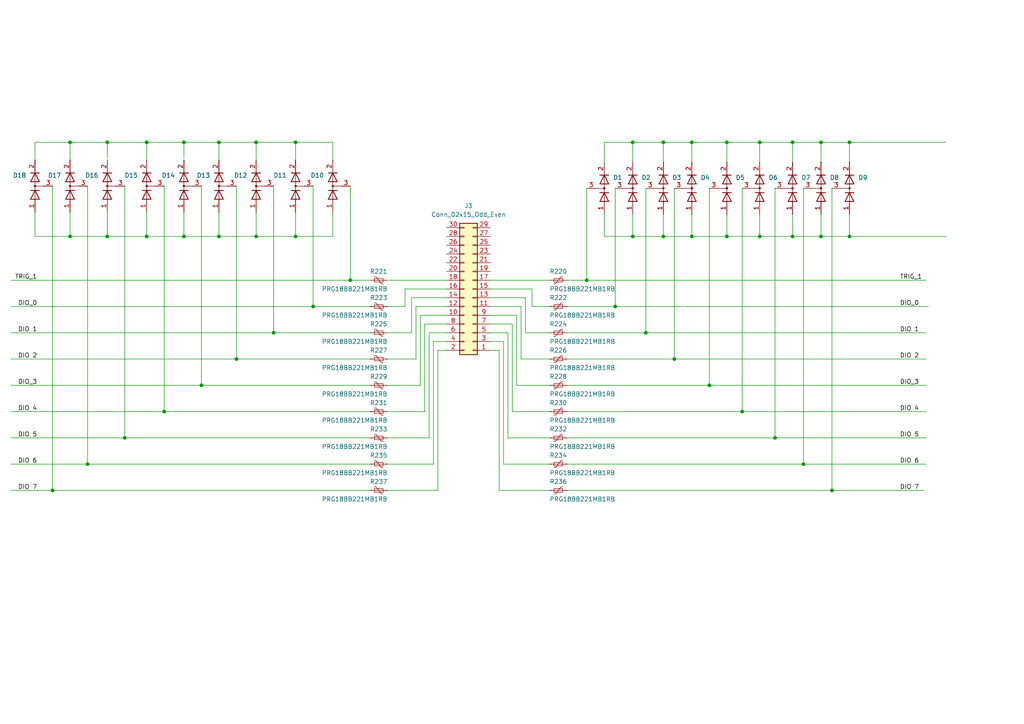
<source format=kicad_sch>
(kicad_sch (version 20230121) (generator eeschema)
  (paper "A4")
  (lib_symbols
    (symbol "Connector_Generic:Conn_02x15_Odd_Even" (pin_names (offset 1.016) hide)
      (property "Reference" "J" (at 1.27 20.32 0))
      (property "Value" "Conn_02x15_Odd_Even" (at 1.27 -20.32 0))
      (symbol "Conn_02x15_Odd_Even_1_1"
        (rectangle (start -1.27 -17.653) (end 0 -17.907) (stroke (width 0.1524)))
        (rectangle (start -1.27 -15.113) (end 0 -15.367) (stroke (width 0.1524)))
        (rectangle (start -1.27 -12.573) (end 0 -12.827) (stroke (width 0.1524)))
        (rectangle (start -1.27 -10.033) (end 0 -10.287) (stroke (width 0.1524)))
        (rectangle (start -1.27 -7.493) (end 0 -7.747) (stroke (width 0.1524)))
        (rectangle (start -1.27 -4.953) (end 0 -5.207) (stroke (width 0.1524)))
        (rectangle (start -1.27 -2.413) (end 0 -2.667) (stroke (width 0.1524)))
        (rectangle (start -1.27 0.127) (end 0 -0.127) (stroke (width 0.1524)))
        (rectangle (start -1.27 2.667) (end 0 2.413) (stroke (width 0.1524)))
        (rectangle (start -1.27 5.207) (end 0 4.953) (stroke (width 0.1524)))
        (rectangle (start -1.27 7.747) (end 0 7.493) (stroke (width 0.1524)))
        (rectangle (start -1.27 10.287) (end 0 10.033) (stroke (width 0.1524)))
        (rectangle (start -1.27 12.827) (end 0 12.573) (stroke (width 0.1524)))
        (rectangle (start -1.27 15.367) (end 0 15.113) (stroke (width 0.1524)))
        (rectangle (start -1.27 17.907) (end 0 17.653) (stroke (width 0.1524)))
        (rectangle (start -1.27 19.05) (end 3.81 -19.05) (stroke (width 0.254)) (fill (type background)))
        (rectangle (start 3.81 -17.653) (end 2.54 -17.907) (stroke (width 0.1524)))
        (rectangle (start 3.81 -15.113) (end 2.54 -15.367) (stroke (width 0.1524)))
        (rectangle (start 3.81 -12.573) (end 2.54 -12.827) (stroke (width 0.1524)))
        (rectangle (start 3.81 -10.033) (end 2.54 -10.287) (stroke (width 0.1524)))
        (rectangle (start 3.81 -7.493) (end 2.54 -7.747) (stroke (width 0.1524)))
        (rectangle (start 3.81 -4.953) (end 2.54 -5.207) (stroke (width 0.1524)))
        (rectangle (start 3.81 -2.413) (end 2.54 -2.667) (stroke (width 0.1524)))
        (rectangle (start 3.81 0.127) (end 2.54 -0.127) (stroke (width 0.1524)))
        (rectangle (start 3.81 2.667) (end 2.54 2.413) (stroke (width 0.1524)))
        (rectangle (start 3.81 5.207) (end 2.54 4.953) (stroke (width 0.1524)))
        (rectangle (start 3.81 7.747) (end 2.54 7.493) (stroke (width 0.1524)))
        (rectangle (start 3.81 10.287) (end 2.54 10.033) (stroke (width 0.1524)))
        (rectangle (start 3.81 12.827) (end 2.54 12.573) (stroke (width 0.1524)))
        (rectangle (start 3.81 15.367) (end 2.54 15.113) (stroke (width 0.1524)))
        (rectangle (start 3.81 17.907) (end 2.54 17.653) (stroke (width 0.1524)))
        (pin passive line (at -5.08 17.78 0) (length 3.81) (name "Pin_1") (number "1"))
        (pin passive line (at 7.62 7.62 180) (length 3.81) (name "Pin_10") (number "10"))
        (pin passive line (at -5.08 5.08 0) (length 3.81) (name "Pin_11") (number "11"))
        (pin passive line (at 7.62 5.08 180) (length 3.81) (name "Pin_12") (number "12"))
        (pin passive line (at -5.08 2.54 0) (length 3.81) (name "Pin_13") (number "13"))
        (pin passive line (at 7.62 2.54 180) (length 3.81) (name "Pin_14") (number "14"))
        (pin passive line (at -5.08 0 0) (length 3.81) (name "Pin_15") (number "15"))
        (pin passive line (at 7.62 0 180) (length 3.81) (name "Pin_16") (number "16"))
        (pin passive line (at -5.08 -2.54 0) (length 3.81) (name "Pin_17") (number "17"))
        (pin passive line (at 7.62 -2.54 180) (length 3.81) (name "Pin_18") (number "18"))
        (pin passive line (at -5.08 -5.08 0) (length 3.81) (name "Pin_19") (number "19"))
        (pin passive line (at 7.62 17.78 180) (length 3.81) (name "Pin_2") (number "2"))
        (pin passive line (at 7.62 -5.08 180) (length 3.81) (name "Pin_20") (number "20"))
        (pin passive line (at -5.08 -7.62 0) (length 3.81) (name "Pin_21") (number "21"))
        (pin passive line (at 7.62 -7.62 180) (length 3.81) (name "Pin_22") (number "22"))
        (pin passive line (at -5.08 -10.16 0) (length 3.81) (name "Pin_23") (number "23"))
        (pin passive line (at 7.62 -10.16 180) (length 3.81) (name "Pin_24") (number "24"))
        (pin passive line (at -5.08 -12.7 0) (length 3.81) (name "Pin_25") (number "25"))
        (pin passive line (at 7.62 -12.7 180) (length 3.81) (name "Pin_26") (number "26"))
        (pin passive line (at -5.08 -15.24 0) (length 3.81) (name "Pin_27") (number "27"))
        (pin passive line (at 7.62 -15.24 180) (length 3.81) (name "Pin_28") (number "28"))
        (pin passive line (at -5.08 -17.78 0) (length 3.81) (name "Pin_29") (number "29"))
        (pin passive line (at -5.08 15.24 0) (length 3.81) (name "Pin_3") (number "3"))
        (pin passive line (at 7.62 -17.78 180) (length 3.81) (name "Pin_30") (number "30"))
        (pin passive line (at 7.62 15.24 180) (length 3.81) (name "Pin_4") (number "4"))
        (pin passive line (at -5.08 12.7 0) (length 3.81) (name "Pin_5") (number "5"))
        (pin passive line (at 7.62 12.7 180) (length 3.81) (name "Pin_6") (number "6"))
        (pin passive line (at -5.08 10.16 0) (length 3.81) (name "Pin_7") (number "7"))
        (pin passive line (at 7.62 10.16 180) (length 3.81) (name "Pin_8") (number "8"))
        (pin passive line (at -5.08 7.62 0) (length 3.81) (name "Pin_9") (number "9"))
      )
    )
    (symbol "Device:D_Dual_Series_AKC" (pin_names (offset 0.762) hide)
      (property "Reference" "D" (at 1.27 -2.54 0))
      (property "Value" "D_Dual_Series_AKC" (at 0 2.54 0))
      (symbol "D_Dual_Series_AKC_0_1"
        (polyline (pts (xy -3.81 0) (xy 3.81 0)))
        (polyline (pts (xy 0 0) (xy 0 -2.54)))
        (polyline (pts (xy 6.35 0) (xy 7.62 0)))
        (polyline (pts (xy -1.27 -1.27) (xy -1.27 1.27) (xy -1.27 1.27)) (stroke (width 0.254)))
        (polyline (pts (xy 3.81 1.27) (xy 3.81 -1.27) (xy 3.81 -1.27)) (stroke (width 0.254)))
        (polyline (pts (xy -3.81 1.27) (xy -1.27 0) (xy -3.81 -1.27) (xy -3.81 1.27) (xy -3.81 1.27) (xy -3.81 1.27)) (stroke (width 0.254)))
        (polyline (pts (xy 1.27 1.27) (xy 3.81 0) (xy 1.27 -1.27) (xy 1.27 1.27) (xy 1.27 1.27) (xy 1.27 1.27)) (stroke (width 0.254)))
        (circle (center 0 0) (radius 0.254) (fill (type outline)))
        (pin passive line (at -7.62 0 0) (length 3.81) (name "A") (number "1"))
        (pin passive line (at 7.62 0 180) (length 3.81) (name "K") (number "2"))
        (pin passive line (at 0 -5.08 90) (length 2.54) (name "common") (number "3"))
      )
    )
    (symbol "Device:Polyfuse_Small" (pin_numbers hide) (pin_names (offset 0))
      (property "Reference" "F" (at -1.905 0 90))
      (property "Value" "Polyfuse_Small" (at 1.905 0 90))
      (symbol "Polyfuse_Small_0_1"
        (rectangle (start -0.508 1.27) (end 0.508 -1.27))
        (polyline (pts (xy 0 2.54) (xy 0 -2.54)))
        (polyline (pts (xy -1.016 1.27) (xy -1.016 0.762) (xy 1.016 -0.762) (xy 1.016 -1.27)))
      )
      (symbol "Polyfuse_Small_1_1"
        (pin passive line (at 0 2.54 270) (length 0.635) (name "~") (number "1"))
        (pin passive line (at 0 -2.54 90) (length 0.635) (name "~") (number "2"))
      )
    )
  )
  (junction (at 36.195 127))
  (junction (at 183.515 68.58))
  (junction (at 85.725 41.275))
  (junction (at 220.345 41.275))
  (junction (at 90.805 88.9))
  (junction (at 210.82 41.275))
  (junction (at 183.515 41.275))
  (junction (at 238.125 68.58))
  (junction (at 224.79 127))
  (junction (at 192.405 68.58))
  (junction (at 15.24 142.24))
  (junction (at 47.625 119.38))
  (junction (at 200.66 68.58))
  (junction (at 74.295 41.275))
  (junction (at 192.405 41.275))
  (junction (at 233.045 134.62))
  (junction (at 20.32 41.275))
  (junction (at 241.3 142.24))
  (junction (at 178.435 88.9))
  (junction (at 246.38 68.58))
  (junction (at 25.4 134.62))
  (junction (at 42.545 68.58))
  (junction (at 170.18 81.28))
  (junction (at 238.125 41.275))
  (junction (at 20.32 68.58))
  (junction (at 215.265 119.38))
  (junction (at 63.5 41.275))
  (junction (at 229.87 41.275))
  (junction (at 53.34 68.58))
  (junction (at 210.82 68.58))
  (junction (at 200.66 41.275))
  (junction (at 195.58 104.14))
  (junction (at 42.545 41.275))
  (junction (at 63.5 68.58))
  (junction (at 246.38 41.275))
  (junction (at 74.295 68.58))
  (junction (at 187.325 96.52))
  (junction (at 58.42 111.76))
  (junction (at 229.87 68.58))
  (junction (at 53.34 41.275))
  (junction (at 85.725 68.58))
  (junction (at 31.115 68.58))
  (junction (at 220.345 68.58))
  (junction (at 101.6 81.28))
  (junction (at 31.115 41.275))
  (junction (at 79.375 96.52))
  (junction (at 205.74 111.76))
  (junction (at 68.58 104.14))
  (wire (pts (xy 159.385 96.52) (xy 152.4 96.52)))
  (wire (pts (xy 183.515 41.275) (xy 183.515 46.99)))
  (wire (pts (xy 47.625 53.975) (xy 47.625 119.38)))
  (wire (pts (xy 238.125 68.58) (xy 246.38 68.58)))
  (wire (pts (xy 53.34 41.275) (xy 42.545 41.275)))
  (wire (pts (xy 36.195 127) (xy 3.175 127)))
  (wire (pts (xy 74.295 41.275) (xy 63.5 41.275)))
  (wire (pts (xy 121.92 111.76) (xy 112.395 111.76)))
  (wire (pts (xy 101.6 81.28) (xy 3.175 81.28)))
  (wire (pts (xy 63.5 41.275) (xy 53.34 41.275)))
  (wire (pts (xy 210.82 68.58) (xy 220.345 68.58)))
  (wire (pts (xy 20.32 68.58) (xy 10.16 68.58)))
  (wire (pts (xy 246.38 68.58) (xy 246.38 62.23)))
  (wire (pts (xy 42.545 68.58) (xy 31.115 68.58)))
  (wire (pts (xy 85.725 41.275) (xy 74.295 41.275)))
  (wire (pts (xy 129.54 81.28) (xy 112.395 81.28)))
  (wire (pts (xy 229.87 68.58) (xy 238.125 68.58)))
  (wire (pts (xy 164.465 142.24) (xy 241.3 142.24)))
  (wire (pts (xy 42.545 41.275) (xy 31.115 41.275)))
  (wire (pts (xy 129.54 96.52) (xy 124.46 96.52)))
  (wire (pts (xy 79.375 53.975) (xy 79.375 96.52)))
  (wire (pts (xy 229.87 41.275) (xy 229.87 46.99)))
  (wire (pts (xy 164.465 88.9) (xy 178.435 88.9)))
  (wire (pts (xy 144.78 142.24) (xy 159.385 142.24)))
  (wire (pts (xy 149.86 111.76) (xy 159.385 111.76)))
  (wire (pts (xy 121.92 91.44) (xy 129.54 91.44)))
  (wire (pts (xy 175.26 68.58) (xy 183.515 68.58)))
  (wire (pts (xy 241.3 142.24) (xy 267.97 142.24)))
  (wire (pts (xy 63.5 61.595) (xy 63.5 68.58)))
  (wire (pts (xy 123.19 93.98) (xy 123.19 119.38)))
  (wire (pts (xy 47.625 119.38) (xy 3.175 119.38)))
  (wire (pts (xy 148.59 119.38) (xy 159.385 119.38)))
  (wire (pts (xy 85.725 61.595) (xy 85.725 68.58)))
  (wire (pts (xy 85.725 41.275) (xy 85.725 46.355)))
  (wire (pts (xy 96.52 46.355) (xy 96.52 41.275)))
  (wire (pts (xy 192.405 41.275) (xy 200.66 41.275)))
  (wire (pts (xy 192.405 68.58) (xy 200.66 68.58)))
  (wire (pts (xy 210.82 41.275) (xy 220.345 41.275)))
  (wire (pts (xy 68.58 104.14) (xy 3.175 104.14)))
  (wire (pts (xy 149.86 91.44) (xy 149.86 111.76)))
  (wire (pts (xy 195.58 104.14) (xy 268.605 104.14)))
  (wire (pts (xy 183.515 68.58) (xy 192.405 68.58)))
  (wire (pts (xy 187.325 54.61) (xy 187.325 96.52)))
  (wire (pts (xy 200.66 62.23) (xy 200.66 68.58)))
  (wire (pts (xy 85.725 68.58) (xy 74.295 68.58)))
  (wire (pts (xy 31.115 68.58) (xy 20.32 68.58)))
  (wire (pts (xy 152.4 86.36) (xy 142.24 86.36)))
  (wire (pts (xy 159.385 134.62) (xy 146.05 134.62)))
  (wire (pts (xy 183.515 62.23) (xy 183.515 68.58)))
  (wire (pts (xy 58.42 111.76) (xy 3.175 111.76)))
  (wire (pts (xy 63.5 41.275) (xy 63.5 46.355)))
  (wire (pts (xy 107.315 134.62) (xy 25.4 134.62)))
  (wire (pts (xy 220.345 41.275) (xy 229.87 41.275)))
  (wire (pts (xy 68.58 53.975) (xy 68.58 104.14)))
  (wire (pts (xy 146.05 99.06) (xy 142.24 99.06)))
  (wire (pts (xy 178.435 88.9) (xy 269.24 88.9)))
  (wire (pts (xy 101.6 53.975) (xy 101.6 81.28)))
  (wire (pts (xy 119.38 96.52) (xy 119.38 86.36)))
  (wire (pts (xy 20.32 41.275) (xy 10.16 41.275)))
  (wire (pts (xy 178.435 54.61) (xy 178.435 88.9)))
  (wire (pts (xy 148.59 93.98) (xy 148.59 119.38)))
  (wire (pts (xy 107.315 142.24) (xy 15.24 142.24)))
  (wire (pts (xy 151.13 88.9) (xy 151.13 104.14)))
  (wire (pts (xy 200.66 68.58) (xy 210.82 68.58)))
  (wire (pts (xy 164.465 127) (xy 224.79 127)))
  (wire (pts (xy 36.195 53.975) (xy 36.195 127)))
  (wire (pts (xy 53.34 68.58) (xy 42.545 68.58)))
  (wire (pts (xy 233.045 54.61) (xy 233.045 134.62)))
  (wire (pts (xy 127 142.24) (xy 112.395 142.24)))
  (wire (pts (xy 175.26 41.275) (xy 183.515 41.275)))
  (wire (pts (xy 187.325 96.52) (xy 268.605 96.52)))
  (wire (pts (xy 112.395 96.52) (xy 119.38 96.52)))
  (wire (pts (xy 107.315 96.52) (xy 79.375 96.52)))
  (wire (pts (xy 127 101.6) (xy 127 142.24)))
  (wire (pts (xy 175.26 46.99) (xy 175.26 41.275)))
  (wire (pts (xy 107.315 119.38) (xy 47.625 119.38)))
  (wire (pts (xy 107.315 81.28) (xy 101.6 81.28)))
  (wire (pts (xy 148.59 93.98) (xy 142.24 93.98)))
  (wire (pts (xy 107.315 127) (xy 36.195 127)))
  (wire (pts (xy 146.05 99.06) (xy 146.05 134.62)))
  (wire (pts (xy 229.87 62.23) (xy 229.87 68.58)))
  (wire (pts (xy 42.545 61.595) (xy 42.545 68.58)))
  (wire (pts (xy 147.32 96.52) (xy 147.32 127)))
  (wire (pts (xy 79.375 96.52) (xy 3.175 96.52)))
  (wire (pts (xy 192.405 62.23) (xy 192.405 68.58)))
  (wire (pts (xy 183.515 41.275) (xy 192.405 41.275)))
  (wire (pts (xy 15.24 53.975) (xy 15.24 142.24)))
  (wire (pts (xy 154.305 88.9) (xy 154.305 83.82)))
  (wire (pts (xy 164.465 111.76) (xy 205.74 111.76)))
  (wire (pts (xy 246.38 41.275) (xy 246.38 46.99)))
  (wire (pts (xy 195.58 54.61) (xy 195.58 104.14)))
  (wire (pts (xy 175.26 62.23) (xy 175.26 68.58)))
  (wire (pts (xy 120.65 88.9) (xy 120.65 104.14)))
  (wire (pts (xy 215.265 54.61) (xy 215.265 119.38)))
  (wire (pts (xy 63.5 68.58) (xy 53.34 68.58)))
  (wire (pts (xy 152.4 96.52) (xy 152.4 86.36)))
  (wire (pts (xy 74.295 41.275) (xy 74.295 46.355)))
  (wire (pts (xy 10.16 41.275) (xy 10.16 46.355)))
  (wire (pts (xy 205.74 54.61) (xy 205.74 111.76)))
  (wire (pts (xy 200.66 41.275) (xy 210.82 41.275)))
  (wire (pts (xy 96.52 41.275) (xy 85.725 41.275)))
  (wire (pts (xy 20.32 41.275) (xy 20.32 46.355)))
  (wire (pts (xy 238.125 41.275) (xy 246.38 41.275)))
  (wire (pts (xy 246.38 68.58) (xy 274.32 68.58)))
  (wire (pts (xy 170.18 81.28) (xy 268.605 81.28)))
  (wire (pts (xy 164.465 104.14) (xy 195.58 104.14)))
  (wire (pts (xy 129.54 101.6) (xy 127 101.6)))
  (wire (pts (xy 220.345 46.99) (xy 220.345 41.275)))
  (wire (pts (xy 200.66 41.275) (xy 200.66 46.99)))
  (wire (pts (xy 192.405 41.275) (xy 192.405 46.99)))
  (wire (pts (xy 25.4 134.62) (xy 3.175 134.62)))
  (wire (pts (xy 124.46 127) (xy 112.395 127)))
  (wire (pts (xy 42.545 46.355) (xy 42.545 41.275)))
  (wire (pts (xy 123.19 93.98) (xy 129.54 93.98)))
  (wire (pts (xy 159.385 88.9) (xy 154.305 88.9)))
  (wire (pts (xy 210.82 41.275) (xy 210.82 46.99)))
  (wire (pts (xy 164.465 119.38) (xy 215.265 119.38)))
  (wire (pts (xy 10.16 68.58) (xy 10.16 61.595)))
  (wire (pts (xy 112.395 88.9) (xy 117.475 88.9)))
  (wire (pts (xy 241.3 54.61) (xy 241.3 142.24)))
  (wire (pts (xy 149.86 91.44) (xy 142.24 91.44)))
  (wire (pts (xy 125.73 99.06) (xy 129.54 99.06)))
  (wire (pts (xy 53.34 41.275) (xy 53.34 45.72)))
  (wire (pts (xy 164.465 96.52) (xy 187.325 96.52)))
  (wire (pts (xy 142.24 83.82) (xy 154.305 83.82)))
  (wire (pts (xy 129.54 83.82) (xy 117.475 83.82)))
  (wire (pts (xy 205.74 111.76) (xy 268.605 111.76)))
  (wire (pts (xy 142.24 101.6) (xy 144.78 101.6)))
  (wire (pts (xy 58.42 53.975) (xy 58.42 111.76)))
  (wire (pts (xy 25.4 53.975) (xy 25.4 134.62)))
  (wire (pts (xy 20.32 61.595) (xy 20.32 68.58)))
  (wire (pts (xy 96.52 61.595) (xy 96.52 68.58)))
  (wire (pts (xy 31.115 41.275) (xy 31.115 45.72)))
  (wire (pts (xy 107.315 88.9) (xy 90.805 88.9)))
  (wire (pts (xy 164.465 134.62) (xy 233.045 134.62)))
  (wire (pts (xy 224.79 127) (xy 268.605 127)))
  (wire (pts (xy 125.73 99.06) (xy 125.73 134.62)))
  (wire (pts (xy 90.805 53.975) (xy 90.805 88.9)))
  (wire (pts (xy 142.24 96.52) (xy 147.32 96.52)))
  (wire (pts (xy 121.92 91.44) (xy 121.92 111.76)))
  (wire (pts (xy 170.18 54.61) (xy 170.18 81.28)))
  (wire (pts (xy 31.115 41.275) (xy 20.32 41.275)))
  (wire (pts (xy 107.315 104.14) (xy 68.58 104.14)))
  (wire (pts (xy 15.24 142.24) (xy 3.175 142.24)))
  (wire (pts (xy 220.345 62.23) (xy 220.345 68.58)))
  (wire (pts (xy 233.045 134.62) (xy 268.605 134.62)))
  (wire (pts (xy 246.38 41.275) (xy 274.32 41.275)))
  (wire (pts (xy 151.13 88.9) (xy 142.24 88.9)))
  (wire (pts (xy 164.465 81.28) (xy 170.18 81.28)))
  (wire (pts (xy 53.34 61.595) (xy 53.34 68.58)))
  (wire (pts (xy 220.345 68.58) (xy 229.87 68.58)))
  (wire (pts (xy 90.805 88.9) (xy 3.175 88.9)))
  (wire (pts (xy 123.19 119.38) (xy 112.395 119.38)))
  (wire (pts (xy 238.125 41.275) (xy 238.125 46.99)))
  (wire (pts (xy 229.87 41.275) (xy 238.125 41.275)))
  (wire (pts (xy 74.295 68.58) (xy 63.5 68.58)))
  (wire (pts (xy 120.65 88.9) (xy 129.54 88.9)))
  (wire (pts (xy 112.395 134.62) (xy 125.73 134.62)))
  (wire (pts (xy 107.315 111.76) (xy 58.42 111.76)))
  (wire (pts (xy 117.475 88.9) (xy 117.475 83.82)))
  (wire (pts (xy 142.24 81.28) (xy 159.385 81.28)))
  (wire (pts (xy 210.82 62.23) (xy 210.82 68.58)))
  (wire (pts (xy 74.295 61.595) (xy 74.295 68.58)))
  (wire (pts (xy 224.79 54.61) (xy 224.79 127)))
  (wire (pts (xy 124.46 96.52) (xy 124.46 127)))
  (wire (pts (xy 215.265 119.38) (xy 268.605 119.38)))
  (wire (pts (xy 119.38 86.36) (xy 129.54 86.36)))
  (wire (pts (xy 96.52 68.58) (xy 85.725 68.58)))
  (wire (pts (xy 144.78 101.6) (xy 144.78 142.24)))
  (wire (pts (xy 147.32 127) (xy 159.385 127)))
  (wire (pts (xy 31.115 61.595) (xy 31.115 68.58)))
  (wire (pts (xy 120.65 104.14) (xy 112.395 104.14)))
  (wire (pts (xy 151.13 104.14) (xy 159.385 104.14)))
  (wire (pts (xy 238.125 62.23) (xy 238.125 68.58)))
  (label "DIO 6" (at 10.795 134.62 180))
  (label "DIO 4" (at 10.795 119.38 180))
  (label "TRIG_1" (at 10.795 81.28 180))
  (label "DIO 7" (at 10.795 142.24 180))
  (label "DIO_3" (at 260.985 111.76 0))
  (label "DIO 2" (at 10.795 104.14 180))
  (label "DIO 5" (at 260.985 127 0))
  (label "DIO 7" (at 260.985 142.24 0))
  (label "DIO_3" (at 10.795 111.76 180))
  (label "DIO 1" (at 260.985 96.52 0))
  (label "DIO 6" (at 260.985 134.62 0))
  (label "DIO_0" (at 10.795 88.9 180))
  (label "DIO 1" (at 10.795 96.52 180))
  (label "DIO_0" (at 260.985 88.9 0))
  (label "DIO 4" (at 260.985 119.38 0))
  (label "DIO 5" (at 10.795 127 180))
  (label "TRIG_1" (at 260.985 81.28 0))
  (label "DIO 2" (at 260.985 104.14 0))
  (symbol (lib_id "Device:Polyfuse_Small") (at 161.925 81.28 90) (unit 1)
    (property "Reference" "R220" (at 159.385 78.74 90) (effects (justify right)))
    (property "Value" "PRG18BB221MB1RB" (at 159.385 83.82 90) (effects (justify right)))
    (property "Footprint" "Resistor_SMD:R_0603_1608Metric" (effects hide))
  )
  (symbol (lib_id "Device:D_Dual_Series_AKC") (at 31.115 53.975 90) (unit 1)
    (property "Reference" "D16" (at 28.575 50.8635 90) (effects (justify left)))
    (property "Value" "D_Dual_Series_AKC" (effects hide))
    (property "Footprint" "Package_TO_SOT_SMD:SOT-416" (effects hide))
  )
  (symbol (lib_id "Device:Polyfuse_Small") (at 109.855 104.14 270) (mirror x) (unit 1)
    (property "Reference" "R227" (at 112.395 101.6 90) (effects (justify right)))
    (property "Value" "PRG18BB221MB1RB" (at 112.395 106.68 90) (effects (justify right)))
    (property "Footprint" "Resistor_SMD:R_0603_1608Metric" (effects hide))
  )
  (symbol (lib_id "Device:Polyfuse_Small") (at 109.855 142.24 270) (mirror x) (unit 1)
    (property "Reference" "R237" (at 112.395 139.7 90) (effects (justify right)))
    (property "Value" "PRG18BB221MB1RB" (at 112.395 144.78 90) (effects (justify right)))
    (property "Footprint" "Resistor_SMD:R_0603_1608Metric" (effects hide))
  )
  (symbol (lib_id "Device:Polyfuse_Small") (at 161.925 119.38 90) (unit 1)
    (property "Reference" "R230" (at 159.385 116.84 90) (effects (justify right)))
    (property "Value" "PRG18BB221MB1RB" (at 159.385 121.92 90) (effects (justify right)))
    (property "Footprint" "Resistor_SMD:R_0603_1608Metric" (effects hide))
  )
  (symbol (lib_id "Device:Polyfuse_Small") (at 161.925 96.52 90) (unit 1)
    (property "Reference" "R224" (at 159.385 93.98 90) (effects (justify right)))
    (property "Value" "PRG18BB221MB1RB" (at 159.385 99.06 90) (effects (justify right)))
    (property "Footprint" "Resistor_SMD:R_0603_1608Metric" (effects hide))
  )
  (symbol (lib_id "Device:D_Dual_Series_AKC") (at 63.5 53.975 90) (unit 1)
    (property "Reference" "D13" (at 60.96 50.8635 90) (effects (justify left)))
    (property "Value" "D_Dual_Series_AKC" (effects hide))
    (property "Footprint" "Package_TO_SOT_SMD:SOT-416" (effects hide))
  )
  (symbol (lib_id "Device:Polyfuse_Small") (at 161.925 88.9 90) (unit 1)
    (property "Reference" "R222" (at 159.385 86.36 90) (effects (justify right)))
    (property "Value" "PRG18BB221MB1RB" (at 159.385 91.44 90) (effects (justify right)))
    (property "Footprint" "Resistor_SMD:R_0603_1608Metric" (effects hide))
  )
  (symbol (lib_id "Device:D_Dual_Series_AKC") (at 200.66 54.61 270) (mirror x) (unit 1)
    (property "Reference" "D4" (at 203.2 51.4985 90) (effects (justify left)))
    (property "Value" "D_Dual_Series_AKC" (effects hide))
    (property "Footprint" "Package_TO_SOT_SMD:SOT-416" (effects hide))
  )
  (symbol (lib_id "Device:D_Dual_Series_AKC") (at 210.82 54.61 270) (mirror x) (unit 1)
    (property "Reference" "D5" (at 213.36 51.4985 90) (effects (justify left)))
    (property "Value" "D_Dual_Series_AKC" (effects hide))
    (property "Footprint" "Package_TO_SOT_SMD:SOT-416" (effects hide))
  )
  (symbol (lib_id "Device:D_Dual_Series_AKC") (at 238.125 54.61 270) (mirror x) (unit 1)
    (property "Reference" "D8" (at 240.665 51.4985 90) (effects (justify left)))
    (property "Value" "D_Dual_Series_AKC" (effects hide))
    (property "Footprint" "Package_TO_SOT_SMD:SOT-416" (effects hide))
  )
  (symbol (lib_id "Device:Polyfuse_Small") (at 109.855 81.28 270) (mirror x) (unit 1)
    (property "Reference" "R221" (at 112.395 78.74 90) (effects (justify right)))
    (property "Value" "PRG18BB221MB1RB" (at 112.395 83.82 90) (effects (justify right)))
    (property "Footprint" "Resistor_SMD:R_0603_1608Metric" (effects hide))
  )
  (symbol (lib_id "Device:Polyfuse_Small") (at 109.855 88.9 270) (mirror x) (unit 1)
    (property "Reference" "R223" (at 112.395 86.36 90) (effects (justify right)))
    (property "Value" "PRG18BB221MB1RB" (at 112.395 91.44 90) (effects (justify right)))
    (property "Footprint" "Resistor_SMD:R_0603_1608Metric" (effects hide))
  )
  (symbol (lib_id "Device:Polyfuse_Small") (at 161.925 104.14 90) (unit 1)
    (property "Reference" "R226" (at 159.385 101.6 90) (effects (justify right)))
    (property "Value" "PRG18BB221MB1RB" (at 159.385 106.68 90) (effects (justify right)))
    (property "Footprint" "Resistor_SMD:R_0603_1608Metric" (effects hide))
  )
  (symbol (lib_id "Device:Polyfuse_Small") (at 109.855 96.52 270) (mirror x) (unit 1)
    (property "Reference" "R225" (at 112.395 93.98 90) (effects (justify right)))
    (property "Value" "PRG18BB221MB1RB" (at 112.395 99.06 90) (effects (justify right)))
    (property "Footprint" "Resistor_SMD:R_0603_1608Metric" (effects hide))
  )
  (symbol (lib_id "Device:Polyfuse_Small") (at 109.855 134.62 270) (mirror x) (unit 1)
    (property "Reference" "R235" (at 112.395 132.08 90) (effects (justify right)))
    (property "Value" "PRG18BB221MB1RB" (at 112.395 137.16 90) (effects (justify right)))
    (property "Footprint" "Resistor_SMD:R_0603_1608Metric" (effects hide))
  )
  (symbol (lib_id "Connector_Generic:Conn_02x15_Odd_Even") (at 137.16 83.82 180) (unit 1)
    (property "Reference" "J3" (at 135.89 59.69 0))
    (property "Value" "Conn_02x15_Odd_Even" (at 135.89 62.23 0))
    (property "Footprint" "Connector_PinHeader_2.54mm:PinHeader_2x15_P2.54mm_Horizontal" (effects hide))
  )
  (symbol (lib_id "Device:Polyfuse_Small") (at 161.925 134.62 90) (unit 1)
    (property "Reference" "R234" (at 159.385 132.08 90) (effects (justify right)))
    (property "Value" "PRG18BB221MB1RB" (at 159.385 137.16 90) (effects (justify right)))
    (property "Footprint" "Resistor_SMD:R_0603_1608Metric" (effects hide))
  )
  (symbol (lib_id "Device:D_Dual_Series_AKC") (at 220.345 54.61 270) (mirror x) (unit 1)
    (property "Reference" "D6" (at 222.885 51.4985 90) (effects (justify left)))
    (property "Value" "D_Dual_Series_AKC" (effects hide))
    (property "Footprint" "Package_TO_SOT_SMD:SOT-416" (effects hide))
  )
  (symbol (lib_id "Device:D_Dual_Series_AKC") (at 229.87 54.61 270) (mirror x) (unit 1)
    (property "Reference" "D7" (at 232.41 51.4985 90) (effects (justify left)))
    (property "Value" "D_Dual_Series_AKC" (effects hide))
    (property "Footprint" "Package_TO_SOT_SMD:SOT-416" (effects hide))
  )
  (symbol (lib_id "Device:Polyfuse_Small") (at 161.925 127 90) (unit 1)
    (property "Reference" "R232" (at 159.385 124.46 90) (effects (justify right)))
    (property "Value" "PRG18BB221MB1RB" (at 159.385 129.54 90) (effects (justify right)))
    (property "Footprint" "Resistor_SMD:R_0603_1608Metric" (effects hide))
  )
  (symbol (lib_id "Device:Polyfuse_Small") (at 161.925 111.76 90) (unit 1)
    (property "Reference" "R228" (at 159.385 109.22 90) (effects (justify right)))
    (property "Value" "PRG18BB221MB1RB" (at 159.385 114.3 90) (effects (justify right)))
    (property "Footprint" "Resistor_SMD:R_0603_1608Metric" (effects hide))
  )
  (symbol (lib_id "Device:D_Dual_Series_AKC") (at 175.26 54.61 270) (mirror x) (unit 1)
    (property "Reference" "D1" (at 177.8 51.4985 90) (effects (justify left)))
    (property "Value" "D_Dual_Series_AKC" (effects hide))
    (property "Footprint" "Package_TO_SOT_SMD:SOT-416" (effects hide))
  )
  (symbol (lib_id "Device:Polyfuse_Small") (at 161.925 142.24 90) (unit 1)
    (property "Reference" "R236" (at 159.385 139.7 90) (effects (justify right)))
    (property "Value" "PRG18BB221MB1RB" (at 159.385 144.78 90) (effects (justify right)))
    (property "Footprint" "Resistor_SMD:R_0603_1608Metric" (effects hide))
  )
  (symbol (lib_id "Device:Polyfuse_Small") (at 109.855 111.76 270) (mirror x) (unit 1)
    (property "Reference" "R229" (at 112.395 109.22 90) (effects (justify right)))
    (property "Value" "PRG18BB221MB1RB" (at 112.395 114.3 90) (effects (justify right)))
    (property "Footprint" "Resistor_SMD:R_0603_1608Metric" (effects hide))
  )
  (symbol (lib_id "Device:D_Dual_Series_AKC") (at 20.32 53.975 90) (unit 1)
    (property "Reference" "D17" (at 17.78 50.8635 90) (effects (justify left)))
    (property "Value" "D_Dual_Series_AKC" (effects hide))
    (property "Footprint" "Package_TO_SOT_SMD:SOT-416" (effects hide))
  )
  (symbol (lib_id "Device:Polyfuse_Small") (at 109.855 119.38 270) (mirror x) (unit 1)
    (property "Reference" "R231" (at 112.395 116.84 90) (effects (justify right)))
    (property "Value" "PRG18BB221MB1RB" (at 112.395 121.92 90) (effects (justify right)))
    (property "Footprint" "Resistor_SMD:R_0603_1608Metric" (effects hide))
  )
  (symbol (lib_id "Device:D_Dual_Series_AKC") (at 96.52 53.975 90) (unit 1)
    (property "Reference" "D10" (at 93.98 50.8635 90) (effects (justify left)))
    (property "Value" "D_Dual_Series_AKC" (effects hide))
    (property "Footprint" "Package_TO_SOT_SMD:SOT-416" (effects hide))
  )
  (symbol (lib_id "Device:D_Dual_Series_AKC") (at 53.34 53.975 90) (unit 1)
    (property "Reference" "D14" (at 50.8 50.8635 90) (effects (justify left)))
    (property "Value" "D_Dual_Series_AKC" (effects hide))
    (property "Footprint" "Package_TO_SOT_SMD:SOT-416" (effects hide))
  )
  (symbol (lib_id "Device:D_Dual_Series_AKC") (at 74.295 53.975 90) (unit 1)
    (property "Reference" "D12" (at 71.755 50.8635 90) (effects (justify left)))
    (property "Value" "D_Dual_Series_AKC" (effects hide))
    (property "Footprint" "Package_TO_SOT_SMD:SOT-416" (effects hide))
  )
  (symbol (lib_id "Device:Polyfuse_Small") (at 109.855 127 270) (mirror x) (unit 1)
    (property "Reference" "R233" (at 112.395 124.46 90) (effects (justify right)))
    (property "Value" "PRG18BB221MB1RB" (at 112.395 129.54 90) (effects (justify right)))
    (property "Footprint" "Resistor_SMD:R_0603_1608Metric" (effects hide))
  )
  (symbol (lib_id "Device:D_Dual_Series_AKC") (at 192.405 54.61 270) (mirror x) (unit 1)
    (property "Reference" "D3" (at 194.945 51.4985 90) (effects (justify left)))
    (property "Value" "D_Dual_Series_AKC" (effects hide))
    (property "Footprint" "Package_TO_SOT_SMD:SOT-416" (effects hide))
  )
  (symbol (lib_id "Device:D_Dual_Series_AKC") (at 42.545 53.975 90) (unit 1)
    (property "Reference" "D15" (at 40.005 50.8635 90) (effects (justify left)))
    (property "Value" "D_Dual_Series_AKC" (effects hide))
    (property "Footprint" "Package_TO_SOT_SMD:SOT-416" (effects hide))
  )
  (symbol (lib_id "Device:D_Dual_Series_AKC") (at 85.725 53.975 90) (unit 1)
    (property "Reference" "D11" (at 83.185 50.8635 90) (effects (justify left)))
    (property "Value" "D_Dual_Series_AKC" (effects hide))
    (property "Footprint" "Package_TO_SOT_SMD:SOT-416" (effects hide))
  )
  (symbol (lib_id "Device:D_Dual_Series_AKC") (at 10.16 53.975 90) (unit 1)
    (property "Reference" "D18" (at 7.62 50.8635 90) (effects (justify left)))
    (property "Value" "D_Dual_Series_AKC" (effects hide))
    (property "Footprint" "Package_TO_SOT_SMD:SOT-416" (effects hide))
  )
  (symbol (lib_id "Device:D_Dual_Series_AKC") (at 246.38 54.61 270) (mirror x) (unit 1)
    (property "Reference" "D9" (at 248.92 51.4985 90) (effects (justify left)))
    (property "Value" "D_Dual_Series_AKC" (effects hide))
    (property "Footprint" "Package_TO_SOT_SMD:SOT-416" (effects hide))
  )
  (symbol (lib_id "Device:D_Dual_Series_AKC") (at 183.515 54.61 270) (mirror x) (unit 1)
    (property "Reference" "D2" (at 186.055 51.4985 90) (effects (justify left)))
    (property "Value" "D_Dual_Series_AKC" (effects hide))
    (property "Footprint" "Package_TO_SOT_SMD:SOT-416" (effects hide))
  )
)
</source>
